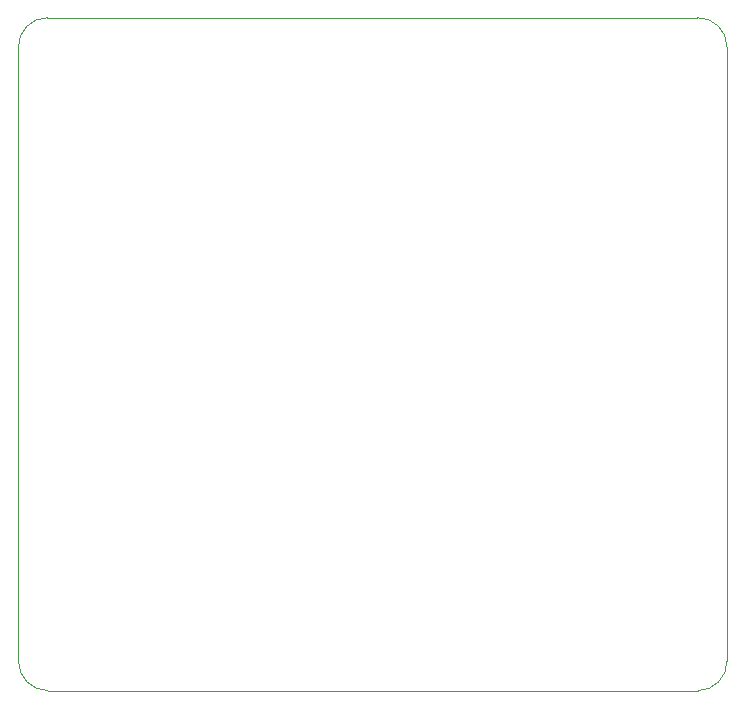
<source format=gbr>
%TF.GenerationSoftware,KiCad,Pcbnew,7.0.1*%
%TF.CreationDate,2023-04-17T18:47:01+02:00*%
%TF.ProjectId,ESC_board,4553435f-626f-4617-9264-2e6b69636164,rev?*%
%TF.SameCoordinates,Original*%
%TF.FileFunction,Profile,NP*%
%FSLAX46Y46*%
G04 Gerber Fmt 4.6, Leading zero omitted, Abs format (unit mm)*
G04 Created by KiCad (PCBNEW 7.0.1) date 2023-04-17 18:47:01*
%MOMM*%
%LPD*%
G01*
G04 APERTURE LIST*
%TA.AperFunction,Profile*%
%ADD10C,0.100000*%
%TD*%
G04 APERTURE END LIST*
D10*
X131950000Y-106240000D02*
X76909699Y-106240000D01*
X134410020Y-51730000D02*
G75*
G03*
X131910000Y-49270000I-2460320J0D01*
G01*
X134410000Y-51730000D02*
X134410000Y-103740000D01*
X74409979Y-103770000D02*
G75*
G03*
X76909699Y-106240000I2499721J29900D01*
G01*
X74410000Y-103770000D02*
X74410000Y-51770000D01*
X131950000Y-106240020D02*
G75*
G03*
X134410000Y-103740000I0J2460320D01*
G01*
X76870000Y-49269980D02*
G75*
G03*
X74410000Y-51770000I0J-2460320D01*
G01*
X76870000Y-49270000D02*
X131910000Y-49270000D01*
M02*

</source>
